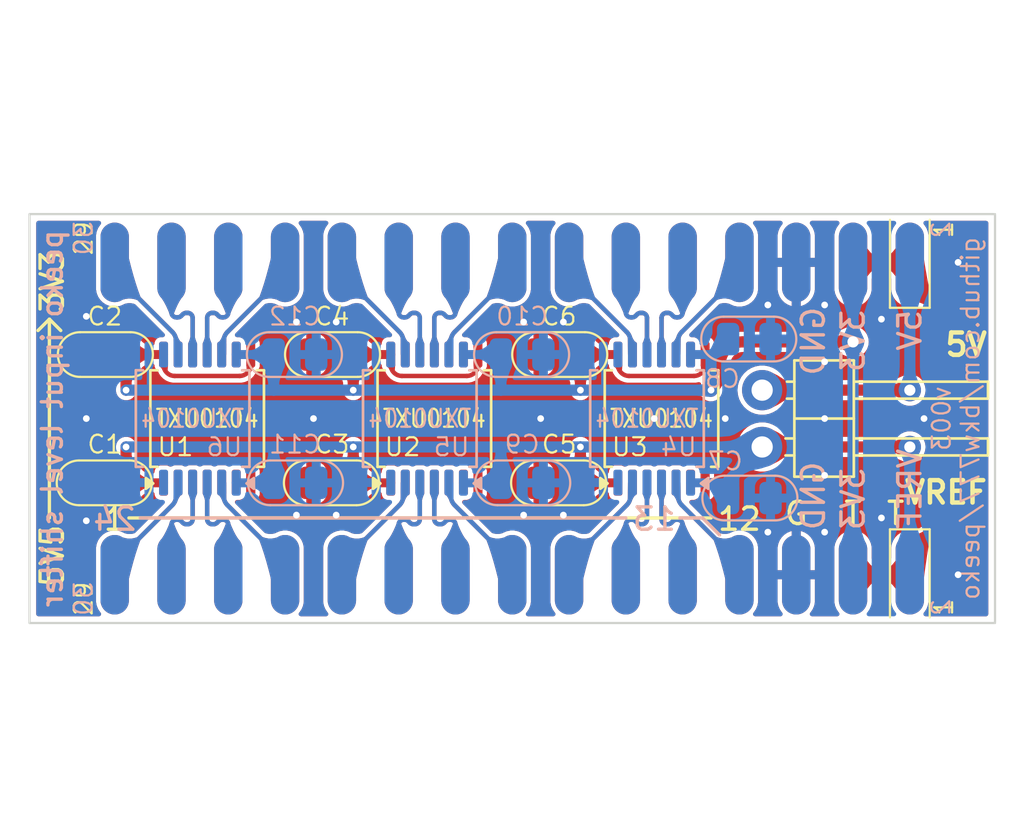
<source format=kicad_pcb>
(kicad_pcb (version 20240108) (generator "pcbnew") (generator_version "8.0")
  (title_block (title "peeko input level shifter") (date "2024-09-30") (rev "003") (comment 1 "github.com/bkw777/peeko"))
  (layers (0 "F.Cu" signal) (31 "B.Cu" signal) (34 "B.Paste" user) (35 "F.Paste" user) (36 "B.SilkS" user "B.Silkscreen") (37 "F.SilkS" user "F.Silkscreen") (38 "B.Mask" user) (39 "F.Mask" user) (44 "Edge.Cuts" user))
  (net 0 "")
  (net 1 "/CHAN_0_IN")
  (net 2 "/CHAN_1_IN")
  (net 3 "/CHAN_2_IN")
  (net 4 "/CHAN_3_IN")
  (net 5 "/CHAN_4_IN")
  (net 6 "/CHAN_5_IN")
  (net 7 "/CHAN_6_IN")
  (net 8 "/CHAN_7_IN")
  (net 9 "/CHAN_8_IN")
  (net 10 "/CHAN_9_IN")
  (net 11 "/CHAN_10_IN")
  (net 12 "/CHAN_11_IN")
  (net 13 "/CHAN_0_OUT")
  (net 14 "/CHAN_1_OUT")
  (net 15 "/CHAN_2_OUT")
  (net 16 "/CHAN_3_OUT")
  (net 17 "/CHAN_4_OUT")
  (net 18 "/CHAN_5_OUT")
  (net 19 "/CHAN_6_OUT")
  (net 20 "/CHAN_7_OUT")
  (net 21 "/CHAN_8_OUT")
  (net 22 "/CHAN_9_OUT")
  (net 23 "/CHAN_10_OUT")
  (net 24 "/CHAN_11_OUT")
  (net 25 "/CHAN_23_IN")
  (net 26 "/CHAN_22_IN")
  (net 27 "/CHAN_21_IN")
  (net 28 "/CHAN_20_IN")
  (net 29 "/CHAN_19_IN")
  (net 30 "/CHAN_18_IN")
  (net 31 "/CHAN_17_IN")
  (net 32 "/CHAN_16_IN")
  (net 33 "/CHAN_15_IN")
  (net 34 "/CHAN_14_IN")
  (net 35 "/CHAN_13_IN")
  (net 36 "/CHAN_12_IN")
  (net 37 "/CHAN_23_OUT")
  (net 38 "/CHAN_22_OUT")
  (net 39 "/CHAN_21_OUT")
  (net 40 "/CHAN_20_OUT")
  (net 41 "/CHAN_19_OUT")
  (net 42 "/CHAN_18_OUT")
  (net 43 "/CHAN_17_OUT")
  (net 44 "/CHAN_16_OUT")
  (net 45 "/CHAN_15_OUT")
  (net 46 "/CHAN_14_OUT")
  (net 47 "/CHAN_13_OUT")
  (net 48 "/CHAN_12_OUT")
  (net 49 "/EXT_T")
  (net 50 "+3V3")
  (net 51 "GND")
  (net 52 "VREF")
  (net 53 "+5V")
  (footprint "000_LOCAL:PinHeader_1x02_P2.54mm_Horizontal jumper closed" (layer "F.Cu") (at 158.371 97.945)
    (property "Reference" "JP1" (hide yes))
    (property "Value" "Jumper_2_Bridged")
  )
  (footprint "000_LOCAL:C_0805" (layer "F.Cu") (at 149.293001 102.089999)
    (property "Reference" "C5")
    (property "Value" "100n" (hide yes))
  )
  (footprint "000_LOCAL:C_0805" (layer "F.Cu") (at 128.973001 102.089999)
    (property "Reference" "C1")
    (property "Value" "100n" (hide yes))
  )
  (footprint "000_LOCAL:IDC_02x15_2.54_THT_male_pcb_edge" (layer "F.Cu") (at 147.195 108.358999 -90)
    (property "Reference" "J1" (hide yes))
    (property "Value" "Conn_02x15_Odd_Even" (hide yes))
  )
  (footprint "000_LOCAL:C_0805" (layer "F.Cu") (at 128.973001 96.3525 180)
    (property "Reference" "C2")
    (property "Value" "100n" (hide yes))
  )
  (footprint "000_LOCAL:C_0805" (layer "F.Cu") (at 149.293001 96.3525 180)
    (property "Reference" "C6")
    (property "Value" "100n" (hide yes))
  )
  (footprint "000_LOCAL:TSSOP-14_4.4x5mm_P0.65mm" (layer "F.Cu") (at 143.71 99.214999 90)
    (property "Reference" "U2")
    (property "Value" "TXU0104")
  )
  (footprint "000_LOCAL:C_0805" (layer "F.Cu") (at 139.133001 102.089999)
    (property "Reference" "C3")
    (property "Value" "100n" (hide yes))
  )
  (footprint "000_LOCAL:C_0805" (layer "F.Cu") (at 139.133001 96.3525 180)
    (property "Reference" "C4")
    (property "Value" "100n" (hide yes))
  )
  (footprint "000_LOCAL:TSSOP-14_4.4x5mm_P0.65mm" (layer "F.Cu") (at 153.87 99.214999 90)
    (property "Reference" "U3")
    (property "Value" "TXU0104")
  )
  (footprint "000_LOCAL:IDC_02x15_2.54_THT_female_pcb_edge" (layer "F.Cu") (at 147.195 90.071 -90)
    (property "Reference" "J2" (hide yes))
    (property "Value" "Conn_02x15_Odd_Even" (hide yes))
  )
  (footprint "000_LOCAL:TSSOP-14_4.4x5mm_P0.65mm" (layer "F.Cu") (at 133.55 99.214999 90)
    (property "Reference" "U1")
    (property "Value" "TXU0104")
  )
  (footprint "000_LOCAL:C_0805" (layer "B.Cu") (at 137.476999 96.352499)
    (property "Reference" "C12")
    (property "Value" "100n" (hide yes))
  )
  (footprint "000_LOCAL:TSSOP-14_4.4x5mm_P0.65mm" (layer "B.Cu") (at 132.900001 99.214999 90)
    (property "Reference" "U6")
    (property "Value" "TXU0104")
  )
  (footprint "000_LOCAL:C_0805" (layer "B.Cu") (at 147.636998 102.089999 180)
    (property "Reference" "C9")
    (property "Value" "100n" (hide yes))
  )
  (footprint "000_LOCAL:C_0805" (layer "B.Cu") (at 137.477 102.089999 180)
    (property "Reference" "C11")
    (property "Value" "100n" (hide yes))
  )
  (footprint "000_LOCAL:C_0805" (layer "B.Cu") (at 157.796999 95.659)
    (property "Reference" "C8")
    (property "Value" "100n" (hide yes))
  )
  (footprint "000_LOCAL:C_0805" (layer "B.Cu") (at 147.636999 96.352499)
    (property "Reference" "C10")
    (property "Value" "100n" (hide yes))
  )
  (footprint "000_LOCAL:TSSOP-14_4.4x5mm_P0.65mm" (layer "B.Cu") (at 153.22 99.214999 90)
    (property "Reference" "U4")
    (property "Value" "TXU0104")
  )
  (footprint "000_LOCAL:C_0805" (layer "B.Cu") (at 157.796999 102.770999 180)
    (property "Reference" "C7")
    (property "Value" "100n" (hide yes))
  )
  (footprint "000_LOCAL:TSSOP-14_4.4x5mm_P0.65mm" (layer "B.Cu") (at 143.059999 99.214999 90)
    (property "Reference" "U5")
    (property "Value" "TXU0104")
  )
  (gr_line (start 152.275 103.659999) (end 130.558 103.659999) (stroke (width 0.15)) (layer "B.SilkS"))
  (gr_line (start 154.688 103.66) (end 155.704 103.659999) (stroke (width 0.15)) (layer "B.SilkS"))
  (gr_line (start 155.704 103.659999) (end 156.466 104.421999) (stroke (width 0.15)) (layer "B.SilkS"))
  (gr_line (start 130.05 103.659999) (end 156.085 103.659999) (stroke (width 0.15)) (layer "F.SilkS"))
  (gr_line (start 126.494 103.659999) (end 126.494 94.77) (stroke (width 0.15)) (layer "F.SilkS"))
  (gr_line (start 126.494 94.77) (end 127.002 95.277999) (stroke (width 0.15)) (layer "F.SilkS"))
  (gr_line (start 126.494 94.77) (end 125.986 95.277999) (stroke (width 0.15)) (layer "F.SilkS"))
  (gr_rect (start 125.605 90.070999) (end 168.785 108.359) (stroke (width 0.1)) (fill none) (layer "Edge.Cuts"))
  (gr_text "GND" (at 160.657 94.134999 90) (layer "B.SilkS") (effects (font (size 1 1)) (justify left mirror)))
  (gr_text "24" (at 129.415 104.294999 0) (layer "B.SilkS") (effects (font (size 1 1)) (justify bottom mirror)))
  (gr_text "GND" (at 160.657 104.294999 90) (layer "B.SilkS") (effects (font (size 1 1)) (justify right mirror)))
  (gr_text "5V" (at 164.975 94.262 90) (layer "B.SilkS") (effects (font (size 1 1)) (justify left mirror)))
  (gr_text "3V3" (at 162.435 104.294999 90) (layer "B.SilkS") (effects (font (size 1 1)) (justify right mirror)))
  (gr_text "13" (at 153.545 104.294999 0) (layer "B.SilkS") (effects (font (size 1 1)) (justify bottom mirror)))
  (gr_text "2" (at 166.372 108.105 90) (layer "B.SilkS") (effects (font (size 0.8 0.8) (thickness 0.1)) (justify right mirror)))
  (gr_text "v${REVISION}\n${COMMENT1}" (at 168.150001 99.214999 90) (layer "B.SilkS") (effects (font (size 0.8 0.8) (thickness 0.1)) (justify bottom mirror)))
  (gr_text "3V3" (at 162.435 94.261999 90) (layer "B.SilkS") (effects (font (size 1 1)) (justify left mirror)))
  (gr_text "2" (at 166.372 90.324999 90) (layer "B.SilkS") (effects (font (size 0.8 0.8) (thickness 0.1)) (justify left mirror)))
  (gr_text "30" (at 128.018 90.325 90) (layer "B.SilkS") (effects (font (size 0.8 0.8) (thickness 0.1)) (justify left mirror)))
  (gr_text "30" (at 128.018 108.104999 90) (layer "B.SilkS") (effects (font (size 0.8 0.8) (thickness 0.1)) (justify right mirror)))
  (gr_text "${TITLE}" (at 126.621 99.214999 90) (layer "B.SilkS") (effects (font (size 0.9 0.9) (thickness 0.15) (bold yes)) (justify mirror)))
  (gr_text "VREF" (at 164.975 104.294999 90) (layer "B.SilkS") (effects (font (size 1 1)) (justify right mirror)))
  (gr_text "29" (at 128.018 90.325 90) (layer "F.SilkS") (effects (font (size 0.8 0.8) (thickness 0.1)) (justify right)))
  (gr_text "1" (at 166.499 108.105 90) (layer "F.SilkS") (effects (font (size 0.8 0.8) (thickness 0.1)) (justify left)))
  (gr_text "5V5" (at 126.621 106.835 90) (layer "F.SilkS") (effects (font (size 1 1)) (justify left)))
  (gr_text "1" (at 166.499 90.324999 90) (layer "F.SilkS") (effects (font (size 0.8 0.8) (thickness 0.1)) (justify right)))
  (gr_text "1" (at 129.415 104.294999 0) (layer "F.SilkS") (effects (font (size 1 1)) (justify bottom)))
  (gr_text "29" (at 128.018 108.104999 90) (layer "F.SilkS") (effects (font (size 0.8 0.8) (thickness 0.1)) (justify left)))
  (gr_text "3V3" (at 126.621 91.594999 90) (layer "F.SilkS") (effects (font (size 1 1)) (justify right)))
  (gr_text "12" (at 157.354999 104.294999 0) (layer "F.SilkS") (effects (font (size 1 1)) (justify bottom)))
  (gr_text "5V" (at 168.531 95.913 0) (layer "F.SilkS") (effects (font (size 1 1) (thickness 0.2) (bold yes)) (justify right)))
  (gr_text "T" (at 164.34 104.041 0) (layer "F.SilkS") (effects (font (size 1 1)) (justify bottom)))
  (gr_text "VREF" (at 168.531 102.516999 0) (layer "F.SilkS") (effects (font (size 1 1) (thickness 0.2) (bold yes)) (justify right)))
  (gr_text "G" (at 159.895 104.040999 0) (layer "F.SilkS") (effects (font (size 1 1)) (justify bottom)))
  (gr_text "T" (at 162.435 104.041 0) (layer "F.SilkS") (effects (font (size 1 1)) (justify bottom)))
  (segment (start 132.164999 102.1625) (end 132.164999 102.666472) (width 0.2) (layer "F.Cu") (net 1))
  (segment (start 132.25 102.077499) (end 132.164999 102.1625) (width 0.2) (layer "F.Cu") (net 1))
  (segment (start 129.415 105.664999) (end 129.415 106.199999) (width 0.2) (layer "F.Cu") (net 1))
  (segment (start 131.989263 103.090735) (end 129.415 105.664999) (width 0.2) (layer "F.Cu") (net 1))
  (arc (start 132.164999 102.666472) (mid 132.119326 102.896081) (end 131.989263 103.090735) (width 0.2) (layer "F.Cu") (net 1))
  (segment (start 131.955 103.961999) (end 131.955 106.199999) (width 0.2) (layer "F.Cu") (net 2))
  (segment (start 132.232695 103.74) (end 132.177 103.739999) (width 0.2) (layer "F.Cu") (net 2))
  (segment (start 132.678 103.939999) (end 132.616605 103.94) (width 0.2) (layer "F.Cu") (net 2))
  (segment (start 132.9 102.0775) (end 132.9 103.717999) (width 0.2) (layer "F.Cu") (net 2))
  (segment (start 132.459627 103.874977) (end 132.389672 103.805022) (width 0.2) (layer "F.Cu") (net 2))
  (arc (start 132.389672 103.805022) (mid 132.317649 103.756898) (end 132.232695 103.74) (width 0.2) (layer "F.Cu") (net 2))
  (arc (start 131.955 103.961999) (mid 132.020022 103.805022) (end 132.177 103.739999) (width 0.2) (layer "F.Cu") (net 2))
  (arc (start 132.459627 103.874977) (mid 132.531649 103.923099) (end 132.616605 103.94) (width 0.2) (layer "F.Cu") (net 2))
  (arc (start 132.9 103.717999) (mid 132.834978 103.874976) (end 132.678 103.939999) (width 0.2) (layer "F.Cu") (net 2))
  (segment (start 133.550707 102.078206) (end 133.550707 103.718707) (width 0.2) (layer "F.Cu") (net 3))
  (segment (start 134.218012 103.740706) (end 134.273707 103.740705) (width 0.2) (layer "F.Cu") (net 3))
  (segment (start 133.772707 103.940706) (end 133.834102 103.940706) (width 0.2) (layer "F.Cu") (net 3))
  (segment (start 134.495707 103.962707) (end 134.495707 106.200707) (width 0.2) (layer "F.Cu") (net 3))
  (segment (start 133.99108 103.875684) (end 134.061035 103.805728) (width 0.2) (layer "F.Cu") (net 3))
  (arc (start 133.550707 103.718707) (mid 133.615728 103.875684) (end 133.772707 103.940706) (width 0.2) (layer "F.Cu") (net 3))
  (arc (start 134.495707 103.962707) (mid 134.430685 103.805728) (end 134.273707 103.740705) (width 0.2) (layer "F.Cu") (net 3))
  (arc (start 134.061035 103.805728) (mid 134.133057 103.757605) (end 134.218012 103.740706) (width 0.2) (layer "F.Cu") (net 3))
  (arc (start 133.99108 103.875684) (mid 133.919058 103.923807) (end 133.834102 103.940706) (width 0.2) (layer "F.Cu") (net 3))
  (segment (start 134.460736 103.090736) (end 137.035 105.665) (width 0.2) (layer "F.Cu") (net 4))
  (segment (start 137.035 105.665) (end 137.035 106.199998) (width 0.2) (layer "F.Cu") (net 4))
  (segment (start 134.285 102.1625) (end 134.285 102.666472) (width 0.2) (layer "F.Cu") (net 4))
  (segment (start 134.2 102.077499) (end 134.285 102.1625) (width 0.2) (layer "F.Cu") (net 4))
  (arc (start 134.460736 103.090736) (mid 134.330671 102.896081) (end 134.285 102.666472) (width 0.2) (layer "F.Cu") (net 4))
  (segment (start 139.575 105.664999) (end 139.575 106.2) (width 0.2) (layer "F.Cu") (net 5))
  (segment (start 142.149263 103.090735) (end 139.575 105.664999) (width 0.2) (layer "F.Cu") (net 5))
  (segment (start 142.41 102.077499) (end 142.324999 102.1625) (width 0.2) (layer "F.Cu") (net 5))
  (segment (start 142.324999 102.1625) (end 142.324999 102.666471) (width 0.2) (layer "F.Cu") (net 5))
  (arc (start 142.149263 103.090735) (mid 142.279327 102.896081) (end 142.324999 102.666471) (width 0.2) (layer "F.Cu") (net 5))
  (segment (start 142.392695 103.74) (end 142.337 103.739999) (width 0.2) (layer "F.Cu") (net 6))
  (segment (start 142.115 103.961999) (end 142.115 106.199999) (width 0.2) (layer "F.Cu") (net 6))
  (segment (start 142.619627 103.874977) (end 142.549672 103.805022) (width 0.2) (layer "F.Cu") (net 6))
  (segment (start 142.838 103.939999) (end 142.776604 103.939999) (width 0.2) (layer "F.Cu") (net 6))
  (segment (start 143.06 102.0775) (end 143.06 103.717999) (width 0.2) (layer "F.Cu") (net 6))
  (arc (start 142.619627 103.874977) (mid 142.691648 103.923099) (end 142.776604 103.939999) (width 0.2) (layer "F.Cu") (net 6))
  (arc (start 143.06 103.717999) (mid 142.994978 103.874976) (end 142.838 103.939999) (width 0.2) (layer "F.Cu") (net 6))
  (arc (start 142.549672 103.805022) (mid 142.47765 103.756898) (end 142.392695 103.74) (width 0.2) (layer "F.Cu") (net 6))
  (arc (start 142.115 103.961999) (mid 142.180022 103.805022) (end 142.337 103.739999) (width 0.2) (layer "F.Cu") (net 6))
  (segment (start 143.932707 103.940706) (end 143.994102 103.940706) (width 0.2) (layer "F.Cu") (net 7))
  (segment (start 143.710707 102.078206) (end 143.710707 103.718706) (width 0.2) (layer "F.Cu") (net 7))
  (segment (start 144.15108 103.875684) (end 144.221035 103.805728) (width 0.2) (layer "F.Cu") (net 7))
  (segment (start 144.655707 103.962706) (end 144.655707 106.200706) (width 0.2) (layer "F.Cu") (net 7))
  (segment (start 144.378012 103.740706) (end 144.433707 103.740705) (width 0.2) (layer "F.Cu") (net 7))
  (arc (start 144.221035 103.805728) (mid 144.293057 103.757605) (end 144.378012 103.740706) (width 0.2) (layer "F.Cu") (net 7))
  (arc (start 143.710707 103.718706) (mid 143.775729 103.875684) (end 143.932707 103.940706) (width 0.2) (layer "F.Cu") (net 7))
  (arc (start 144.15108 103.875684) (mid 144.079058 103.923807) (end 143.994102 103.940706) (width 0.2) (layer "F.Cu") (net 7))
  (arc (start 144.655707 103.962706) (mid 144.590685 103.805728) (end 144.433707 103.740705) (width 0.2) (layer "F.Cu") (net 7))
  (segment (start 144.36 102.077499) (end 144.445 102.1625) (width 0.2) (layer "F.Cu") (net 8))
  (segment (start 144.445 102.1625) (end 144.445 102.666472) (width 0.2) (layer "F.Cu") (net 8))
  (segment (start 147.195 105.665) (end 147.195 106.199998) (width 0.2) (layer "F.Cu") (net 8))
  (segment (start 144.620736 103.090736) (end 147.195 105.665) (width 0.2) (layer "F.Cu") (net 8))
  (arc (start 144.445 102.666472) (mid 144.490672 102.896081) (end 144.620736 103.090736) (width 0.2) (layer "F.Cu") (net 8))
  (segment (start 152.309263 103.090735) (end 149.735 105.665) (width 0.2) (layer "F.Cu") (net 9))
  (segment (start 152.57 102.077499) (end 152.484999 102.1625) (width 0.2) (layer "F.Cu") (net 9))
  (segment (start 152.484999 102.1625) (end 152.484999 102.666471) (width 0.2) (layer "F.Cu") (net 9))
  (segment (start 149.735 105.665) (end 149.735 106.2) (width 0.2) (layer "F.Cu") (net 9))
  (arc (start 152.309263 103.090735) (mid 152.439327 102.896081) (end 152.484999 102.666471) (width 0.2) (layer "F.Cu") (net 9))
  (segment (start 152.998 103.939999) (end 152.936605 103.939999) (width 0.2) (layer "F.Cu") (net 10))
  (segment (start 152.552695 103.74) (end 152.497 103.739999) (width 0.2) (layer "F.Cu") (net 10))
  (segment (start 153.22 102.077499) (end 153.22 103.718) (width 0.2) (layer "F.Cu") (net 10))
  (segment (start 152.274999 103.962) (end 152.275 106.199999) (width 0.2) (layer "F.Cu") (net 10))
  (segment (start 152.779627 103.874977) (end 152.709672 103.805022) (width 0.2) (layer "F.Cu") (net 10))
  (arc (start 153.22 103.718) (mid 153.154978 103.874977) (end 152.998 103.939999) (width 0.2) (layer "F.Cu") (net 10))
  (arc (start 152.709672 103.805022) (mid 152.63765 103.756898) (end 152.552695 103.74) (width 0.2) (layer "F.Cu") (net 10))
  (arc (start 152.779627 103.874977) (mid 152.851649 103.923099) (end 152.936605 103.939999) (width 0.2) (layer "F.Cu") (net 10))
  (arc (start 152.274999 103.962) (mid 152.340022 103.805022) (end 152.497 103.739999) (width 0.2) (layer "F.Cu") (net 10))
  (segment (start 154.815707 103.962706) (end 154.815707 106.200706) (width 0.2) (layer "F.Cu") (net 11))
  (segment (start 153.870707 102.078206) (end 153.870707 103.718706) (width 0.2) (layer "F.Cu") (net 11))
  (segment (start 154.31108 103.875684) (end 154.381035 103.805729) (width 0.2) (layer "F.Cu") (net 11))
  (segment (start 154.538012 103.740707) (end 154.593706 103.740706) (width 0.2) (layer "F.Cu") (net 11))
  (segment (start 154.092707 103.940706) (end 154.154102 103.940706) (width 0.2) (layer "F.Cu") (net 11))
  (arc (start 154.815707 103.962706) (mid 154.750685 103.805729) (end 154.593706 103.740706) (width 0.2) (layer "F.Cu") (net 11))
  (arc (start 154.31108 103.875684) (mid 154.239058 103.923807) (end 154.154102 103.940706) (width 0.2) (layer "F.Cu") (net 11))
  (arc (start 154.381035 103.805729) (mid 154.453057 103.757605) (end 154.538012 103.740707) (width 0.2) (layer "F.Cu") (net 11))
  (arc (start 153.870707 103.718706) (mid 153.935729 103.875684) (end 154.092707 103.940706) (width 0.2) (layer "F.Cu") (net 11))
  (segment (start 154.780736 103.090736) (end 157.355 105.665) (width 0.2) (layer "F.Cu") (net 12))
  (segment (start 154.605 102.162499) (end 154.605 102.666471) (width 0.2) (layer "F.Cu") (net 12))
  (segment (start 154.52 102.077499) (end 154.605 102.162499) (width 0.2) (layer "F.Cu") (net 12))
  (segment (start 157.355 105.665) (end 157.355 106.199998) (width 0.2) (layer "F.Cu") (net 12))
  (arc (start 154.780736 103.090736) (mid 154.650672 102.896081) (end 154.605 102.666471) (width 0.2) (layer "F.Cu") (net 12))
  (segment (start 132.25 96.3525) (end 132.165 96.2675) (width 0.2) (layer "F.Cu") (net 13))
  (segment (start 129.415 92.765) (end 129.415 92.23) (width 0.2) (layer "F.Cu") (net 13))
  (segment (start 132.165 96.2675) (end 132.165 95.763528) (width 0.2) (layer "F.Cu") (net 13))
  (segment (start 131.989264 95.339264) (end 129.415 92.765) (width 0.2) (layer "F.Cu") (net 13))
  (arc (start 131.989264 95.339264) (mid 132.119328 95.533917) (end 132.165 95.763528) (width 0.2) (layer "F.Cu") (net 13))
  (segment (start 132.231988 94.689293) (end 132.176292 94.689293) (width 0.2) (layer "F.Cu") (net 14))
  (segment (start 132.899293 96.351792) (end 132.899293 94.711293) (width 0.2) (layer "F.Cu") (net 14))
  (segment (start 131.954293 94.467293) (end 131.954293 92.229293) (width 0.2) (layer "F.Cu") (net 14))
  (segment (start 132.677292 94.489292) (end 132.615899 94.489292) (width 0.2) (layer "F.Cu") (net 14))
  (segment (start 132.45892 94.554316) (end 132.388965 94.624271) (width 0.2) (layer "F.Cu") (net 14))
  (arc (start 132.388965 94.624271) (mid 132.316942 94.672393) (end 132.231988 94.689293) (width 0.2) (layer "F.Cu") (net 14))
  (arc (start 131.954293 94.467293) (mid 132.019315 94.624271) (end 132.176292 94.689293) (width 0.2) (layer "F.Cu") (net 14))
  (arc (start 132.899293 94.711293) (mid 132.834271 94.554314) (end 132.677292 94.489292) (width 0.2) (layer "F.Cu") (net 14))
  (arc (start 132.45892 94.554316) (mid 132.530942 94.506192) (end 132.615899 94.489292) (width 0.2) (layer "F.Cu") (net 14))
  (segment (start 134.495 94.467999) (end 134.495 92.229999) (width 0.2) (layer "F.Cu") (net 15))
  (segment (start 133.990373 94.555022) (end 134.060328 94.624978) (width 0.2) (layer "F.Cu") (net 15))
  (segment (start 134.217305 94.69) (end 134.273 94.69) (width 0.2) (layer "F.Cu") (net 15))
  (segment (start 133.55 96.3525) (end 133.55 94.711999) (width 0.2) (layer "F.Cu") (net 15))
  (segment (start 133.772 94.489999) (end 133.833395 94.489999) (width 0.2) (layer "F.Cu") (net 15))
  (arc (start 134.060328 94.624978) (mid 134.13235 94.673101) (end 134.217305 94.69) (width 0.2) (layer "F.Cu") (net 15))
  (arc (start 134.495 94.467999) (mid 134.429978 94.624978) (end 134.273 94.69) (width 0.2) (layer "F.Cu") (net 15))
  (arc (start 133.990373 94.555022) (mid 133.918351 94.506898) (end 133.833395 94.489999) (width 0.2) (layer "F.Cu") (net 15))
  (arc (start 133.55 94.711999) (mid 133.615021 94.555021) (end 133.772 94.489999) (width 0.2) (layer "F.Cu") (net 15))
  (segment (start 137.035 92.764999) (end 137.035 92.229999) (width 0.2) (layer "F.Cu") (net 16))
  (segment (start 134.285 96.267499) (end 134.285 95.763527) (width 0.2) (layer "F.Cu") (net 16))
  (segment (start 134.460736 95.339263) (end 137.035 92.764999) (width 0.2) (layer "F.Cu") (net 16))
  (segment (start 134.2 96.3525) (end 134.285 96.267499) (width 0.2) (layer "F.Cu") (net 16))
  (arc (start 134.285 95.763527) (mid 134.330671 95.533917) (end 134.460736 95.339263) (width 0.2) (layer "F.Cu") (net 16))
  (segment (start 142.325 96.2675) (end 142.325 95.763528) (width 0.2) (layer "F.Cu") (net 17))
  (segment (start 142.41 96.3525) (end 142.325 96.2675) (width 0.2) (layer "F.Cu") (net 17))
  (segment (start 142.149264 95.339264) (end 139.575 92.765) (width 0.2) (layer "F.Cu") (net 17))
  (segment (start 139.575 92.765) (end 139.575 92.229999) (width 0.2) (layer "F.Cu") (net 17))
  (arc (start 142.325 95.763528) (mid 142.279328 95.533917) (end 142.149264 95.339264) (width 0.2) (layer "F.Cu") (net 17))
  (segment (start 143.059293 96.351792) (end 143.059293 94.711293) (width 0.2) (layer "F.Cu") (net 18))
  (segment (start 142.837293 94.489292) (end 142.775897 94.489292) (width 0.2) (layer "F.Cu") (net 18))
  (segment (start 142.391988 94.689292) (end 142.336293 94.689293) (width 0.2) (layer "F.Cu") (net 18))
  (segment (start 142.114293 94.467293) (end 142.114293 92.229293) (width 0.2) (layer "F.Cu") (net 18))
  (segment (start 142.61892 94.554315) (end 142.548965 94.62427) (width 0.2) (layer "F.Cu") (net 18))
  (arc (start 142.114293 94.467293) (mid 142.179315 94.62427) (end 142.336293 94.689293) (width 0.2) (layer "F.Cu") (net 18))
  (arc (start 142.548965 94.62427) (mid 142.476942 94.672393) (end 142.391988 94.689292) (width 0.2) (layer "F.Cu") (net 18))
  (arc (start 142.61892 94.554315) (mid 142.690942 94.506192) (end 142.775897 94.489292) (width 0.2) (layer "F.Cu") (net 18))
  (arc (start 143.059293 94.711293) (mid 142.994271 94.554314) (end 142.837293 94.489292) (width 0.2) (layer "F.Cu") (net 18))
  (segment (start 143.932 94.489999) (end 143.993395 94.489999) (width 0.2) (layer "F.Cu") (net 19))
  (segment (start 143.71 96.3525) (end 143.71 94.711999) (width 0.2) (layer "F.Cu") (net 19))
  (segment (start 144.655 94.467999) (end 144.655 92.229999) (width 0.2) (layer "F.Cu") (net 19))
  (segment (start 144.377305 94.69) (end 144.433 94.69) (width 0.2) (layer "F.Cu") (net 19))
  (segment (start 144.150373 94.555022) (end 144.220328 94.624978) (width 0.2) (layer "F.Cu") (net 19))
  (arc (start 144.150373 94.555022) (mid 144.078351 94.506899) (end 143.993395 94.489999) (width 0.2) (layer "F.Cu") (net 19))
  (arc (start 144.655 94.467999) (mid 144.589978 94.624978) (end 144.433 94.69) (width 0.2) (layer "F.Cu") (net 19))
  (arc (start 144.220328 94.624978) (mid 144.29235 94.673101) (end 144.377305 94.69) (width 0.2) (layer "F.Cu") (net 19))
  (arc (start 143.71 94.711999) (mid 143.775022 94.555021) (end 143.932 94.489999) (width 0.2) (layer "F.Cu") (net 19))
  (segment (start 144.620736 95.339263) (end 147.195 92.764999) (width 0.2) (layer "F.Cu") (net 20))
  (segment (start 144.36 96.3525) (end 144.445 96.267499) (width 0.2) (layer "F.Cu") (net 20))
  (segment (start 144.445 96.267499) (end 144.445 95.763527) (width 0.2) (layer "F.Cu") (net 20))
  (segment (start 147.195 92.764999) (end 147.195 92.229999) (width 0.2) (layer "F.Cu") (net 20))
  (arc (start 144.620736 95.339263) (mid 144.490672 95.533917) (end 144.445 95.763527) (width 0.2) (layer "F.Cu") (net 20))
  (segment (start 152.57 96.3525) (end 152.485 96.2675) (width 0.2) (layer "F.Cu") (net 21))
  (segment (start 149.735 92.764999) (end 149.735 92.229999) (width 0.2) (layer "F.Cu") (net 21))
  (segment (start 152.309264 95.339263) (end 149.735 92.764999) (width 0.2) (layer "F.Cu") (net 21))
  (segment (start 152.485 96.2675) (end 152.485 95.763528) (width 0.2) (layer "F.Cu") (net 21))
  (arc (start 152.309264 95.339263) (mid 152.439328 95.533917) (end 152.485 95.763528) (width 0.2) (layer "F.Cu") (net 21))
  (segment (start 152.998001 94.489292) (end 152.936606 94.489292) (width 0.2) (layer "F.Cu") (net 22))
  (segment (start 152.275001 94.467292) (end 152.275001 92.229292) (width 0.2) (layer "F.Cu") (net 22))
  (segment (start 153.220001 96.351793) (end 153.220001 94.711292) (width 0.2) (layer "F.Cu") (net 22))
  (segment (start 152.779628 94.554315) (end 152.709673 94.624271) (width 0.2) (layer "F.Cu") (net 22))
  (segment (start 152.552696 94.689293) (end 152.497001 94.689293) (width 0.2) (layer "F.Cu") (net 22))
  (arc (start 152.275001 94.467292) (mid 152.340023 94.624271) (end 152.497001 94.689293) (width 0.2) (layer "F.Cu") (net 22))
  (arc (start 152.709673 94.624271) (mid 152.637651 94.672393) (end 152.552696 94.689293) (width 0.2) (layer "F.Cu") (net 22))
  (arc (start 152.779628 94.554315) (mid 152.85165 94.506191) (end 152.936606 94.489292) (width 0.2) (layer "F.Cu") (net 22))
  (arc (start 153.220001 94.711292) (mid 153.154979 94.554315) (end 152.998001 94.489292) (width 0.2) (layer "F.Cu") (net 22))
  (segment (start 154.092708 94.489999) (end 154.154102 94.489999) (width 0.2) (layer "F.Cu") (net 23))
  (segment (start 154.538013 94.69) (end 154.593708 94.689999) (width 0.2) (layer "F.Cu") (net 23))
  (segment (start 154.311081 94.555023) (end 154.381036 94.624978) (width 0.2) (layer "F.Cu") (net 23))
  (segment (start 153.870707 96.3525) (end 153.870707 94.711999) (width 0.2) (layer "F.Cu") (net 23))
  (segment (start 154.815708 94.467999) (end 154.815708 92.229999) (width 0.2) (layer "F.Cu") (net 23))
  (arc (start 154.815708 94.467999) (mid 154.750686 94.624978) (end 154.593708 94.689999) (width 0.2) (layer "F.Cu") (net 23))
  (arc (start 154.381036 94.624978) (mid 154.453058 94.6731) (end 154.538013 94.69) (width 0.2) (layer "F.Cu") (net 23))
  (arc (start 153.870707 94.711999) (mid 153.93573 94.555021) (end 154.092708 94.489999) (width 0.2) (layer "F.Cu") (net 23))
  (arc (start 154.311081 94.555023) (mid 154.239059 94.506899) (end 154.154102 94.489999) (width 0.2) (layer "F.Cu") (net 23))
  (segment (start 154.780736 95.339263) (end 157.355 92.764999) (width 0.2) (layer "F.Cu") (net 24))
  (segment (start 157.355 92.764999) (end 157.355 92.229999) (width 0.2) (layer "F.Cu") (net 24))
  (segment (start 154.605 96.2675) (end 154.605 95.763528) (width 0.2) (layer "F.Cu") (net 24))
  (segment (start 154.52 96.3525) (end 154.605 96.2675) (width 0.2) (layer "F.Cu") (net 24))
  (arc (start 154.780736 95.339263) (mid 154.650672 95.533917) (end 154.605 95.763528) (width 0.2) (layer "F.Cu") (net 24))
  (segment (start 132.165 102.162499) (end 132.165 102.666471) (width 0.2) (layer "B.Cu") (net 25))
  (segment (start 132.25 102.077499) (end 132.165 102.162499) (width 0.2) (layer "B.Cu") (net 25))
  (segment (start 129.415 105.664999) (end 129.415 106.199999) (width 0.2) (layer "B.Cu") (net 25))
  (segment (start 131.989264 103.090735) (end 129.415 105.664999) (width 0.2) (layer "B.Cu") (net 25))
  (arc (start 132.165 102.666471) (mid 132.119328 102.896081) (end 131.989264 103.090735) (width 0.2) (layer "B.Cu") (net 25))
  (segment (start 132.45892 103.875683) (end 132.388965 103.805728) (width 0.2) (layer "B.Cu") (net 26))
  (segment (start 131.954293 103.962706) (end 131.954293 106.200706) (width 0.2) (layer "B.Cu") (net 26))
  (segment (start 132.899293 102.078207) (end 132.899293 103.718706) (width 0.2) (layer "B.Cu") (net 26))
  (segment (start 132.231988 103.740706) (end 132.176293 103.740706) (width 0.2) (layer "B.Cu") (net 26))
  (segment (start 132.677292 103.940706) (end 132.615899 103.940706) (width 0.2) (layer "B.Cu") (net 26))
  (arc (start 132.899293 103.718706) (mid 132.834271 103.875684) (end 132.677292 103.940706) (width 0.2) (layer "B.Cu") (net 26))
  (arc (start 132.45892 103.875683) (mid 132.530942 103.923807) (end 132.615899 103.940706) (width 0.2) (layer "B.Cu") (net 26))
  (arc (start 131.954293 103.962706) (mid 132.019315 103.805728) (end 132.176293 103.740706) (width 0.2) (layer "B.Cu") (net 26))
  (arc (start 132.388965 103.805728) (mid 132.316942 103.757605) (end 132.231988 103.740706) (width 0.2) (layer "B.Cu") (net 26))
  (segment (start 133.772 103.939999) (end 133.833395 103.939999) (width 0.2) (layer "B.Cu") (net 27))
  (segment (start 133.55 102.077499) (end 133.55 103.718) (width 0.2) (layer "B.Cu") (net 27))
  (segment (start 134.495 103.962) (end 134.495 106.2) (width 0.2) (layer "B.Cu") (net 27))
  (segment (start 134.217305 103.739999) (end 134.273 103.739999) (width 0.2) (layer "B.Cu") (net 27))
  (segment (start 133.990373 103.874977) (end 134.060328 103.805021) (width 0.2) (layer "B.Cu") (net 27))
  (arc (start 134.495 103.962) (mid 134.429978 103.805021) (end 134.273 103.739999) (width 0.2) (layer "B.Cu") (net 27))
  (arc (start 134.060328 103.805021) (mid 134.13235 103.756898) (end 134.217305 103.739999) (width 0.2) (layer "B.Cu") (net 27))
  (arc (start 133.55 103.718) (mid 133.615022 103.874977) (end 133.772 103.939999) (width 0.2) (layer "B.Cu") (net 27))
  (arc (start 133.990373 103.874977) (mid 133.918351 103.923099) (end 133.833395 103.939999) (width 0.2) (layer "B.Cu") (net 27))
  (segment (start 134.2 102.077499) (end 134.285 102.1625) (width 0.2) (layer "B.Cu") (net 28))
  (segment (start 134.285 102.1625) (end 134.285 102.666472) (width 0.2) (layer "B.Cu") (net 28))
  (segment (start 134.460736 103.090736) (end 137.035 105.665) (width 0.2) (layer "B.Cu") (net 28))
  (segment (start 137.035 105.665) (end 137.035 106.2) (width 0.2) (layer "B.Cu") (net 28))
  (arc (start 134.285 102.666472) (mid 134.330671 102.896081) (end 134.460736 103.090736) (width 0.2) (layer "B.Cu") (net 28))
  (segment (start 142.149264 103.090735) (end 139.575 105.664999) (width 0.2) (layer "B.Cu") (net 29))
  (segment (start 139.575 105.664999) (end 139.575 106.2) (width 0.2) (layer "B.Cu") (net 29))
  (segment (start 142.41 102.077499) (end 142.325 102.162499) (width 0.2) (layer "B.Cu") (net 29))
  (segment (start 142.325 102.162499) (end 142.325 102.666471) (width 0.2) (layer "B.Cu") (net 29))
  (arc (start 142.149264 103.090735) (mid 142.279328 102.896081) (end 142.325 102.666471) (width 0.2) (layer "B.Cu") (net 29))
  (segment (start 142.391988 103.740707) (end 142.336293 103.740706) (width 0.2) (layer "B.Cu") (net 30))
  (segment (start 142.114293 103.962706) (end 142.114293 106.200706) (width 0.2) (layer "B.Cu") (net 30))
  (segment (start 142.61892 103.875684) (end 142.548965 103.805729) (width 0.2) (layer "B.Cu") (net 30))
  (segment (start 143.059293 102.078207) (end 143.059293 103.718706) (width 0.2) (layer "B.Cu") (net 30))
  (segment (start 142.837293 103.940706) (end 142.775897 103.940706) (width 0.2) (layer "B.Cu") (net 30))
  (arc (start 143.059293 103.718706) (mid 142.994271 103.875684) (end 142.837293 103.940706) (width 0.2) (layer "B.Cu") (net 30))
  (arc (start 142.114293 103.962706) (mid 142.179315 103.805729) (end 142.336293 103.740706) (width 0.2) (layer "B.Cu") (net 30))
  (arc (start 142.61892 103.875684) (mid 142.690942 103.923807) (end 142.775897 103.940706) (width 0.2) (layer "B.Cu") (net 30))
  (arc (start 142.548965 103.805729) (mid 142.476942 103.757605) (end 142.391988 103.740707) (width 0.2) (layer "B.Cu") (net 30))
  (segment (start 144.150373 103.874977) (end 144.220328 103.805021) (width 0.2) (layer "B.Cu") (net 31))
  (segment (start 143.71 102.077499) (end 143.71 103.718) (width 0.2) (layer "B.Cu") (net 31))
  (segment (start 143.932 103.939999) (end 143.993395 103.939999) (width 0.2) (layer "B.Cu") (net 31))
  (segment (start 144.377305 103.739999) (end 144.433 103.739999) (width 0.2) (layer "B.Cu") (net 31))
  (segment (start 144.655 103.962) (end 144.655 106.2) (width 0.2) (layer "B.Cu") (net 31))
  (arc (start 144.220328 103.805021) (mid 144.29235 103.756898) (end 144.377305 103.739999) (width 0.2) (layer "B.Cu") (net 31))
  (arc (start 144.655 103.962) (mid 144.589978 103.805021) (end 144.433 103.739999) (width 0.2) (layer "B.Cu") (net 31))
  (arc (start 144.150373 103.874977) (mid 144.078351 103.923099) (end 143.993395 103.939999) (width 0.2) (layer "B.Cu") (net 31))
  (arc (start 143.71 103.718) (mid 143.775022 103.874977) (end 143.932 103.939999) (width 0.2) (layer "B.Cu") (net 31))
  (segment (start 144.445 102.1625) (end 144.445 102.666472) (width 0.2) (layer "B.Cu") (net 32))
  (segment (start 144.620736 103.090736) (end 147.194999 105.665) (width 0.2) (layer "B.Cu") (net 32))
  (segment (start 144.36 102.077499) (end 144.445 102.1625) (width 0.2) (layer "B.Cu") (net 32))
  (segment (start 147.194999 105.665) (end 147.195 106.2) (width 0.2) (layer "B.Cu") (net 32))
  (arc (start 144.445 102.666472) (mid 144.490672 102.896081) (end 144.620736 103.090736) (width 0.2) (layer "B.Cu") (net 32))
  (segment (start 152.485 102.162499) (end 152.485 102.666471) (width 0.2) (layer "B.Cu") (net 33))
  (segment (start 152.309264 103.090736) (end 149.735 105.665) (width 0.2) (layer "B.Cu") (net 33))
  (segment (start 152.57 102.077499) (end 152.485 102.162499) (width 0.2) (layer "B.Cu") (net 33))
  (segment (start 149.735 105.665) (end 149.735 106.2) (width 0.2) (layer "B.Cu") (net 33))
  (arc (start 152.485 102.666471) (mid 152.439328 102.896081) (end 152.309264 103.090736) (width 0.2) (layer "B.Cu") (net 33))
  (segment (start 152.77892 103.875684) (end 152.708965 103.805729) (width 0.2) (layer "B.Cu") (net 34))
  (segment (start 152.997293 103.940706) (end 152.935897 103.940706) (width 0.2) (layer "B.Cu") (net 34))
  (segment (start 152.274293 103.962706) (end 152.274293 106.200706) (width 0.2) (layer "B.Cu") (net 34))
  (segment (start 153.219292 102.078206) (end 153.219293 103.718706) (width 0.2) (layer "B.Cu") (net 34))
  (segment (start 152.551988 103.740707) (end 152.496293 103.740706) (width 0.2) (layer "B.Cu") (net 34))
  (arc (start 152.77892 103.875684) (mid 152.850942 103.923807) (end 152.935897 103.940706) (width 0.2) (layer "B.Cu") (net 34))
  (arc (start 152.708965 103.805729) (mid 152.636943 103.757605) (end 152.551988 103.740707) (width 0.2) (layer "B.Cu") (net 34))
  (arc (start 153.219293 103.718706) (mid 153.154271 103.875684) (end 152.997293 103.940706) (width 0.2) (layer "B.Cu") (net 34))
  (arc (start 152.274293 103.962706) (mid 152.339315 103.805729) (end 152.496293 103.740706) (width 0.2) (layer "B.Cu") (net 34))
  (segment (start 154.537305 103.74) (end 154.593 103.739999) (width 0.2) (layer "B.Cu") (net 35))
  (segment (start 154.092 103.939999) (end 154.153395 103.939999) (width 0.2) (layer "B.Cu") (net 35))
  (segment (start 153.87 102.077499) (end 153.87 103.718) (width 0.2) (layer "B.Cu") (net 35))
  (segment (start 154.815001 103.962) (end 154.815 106.199999) (width 0.2) (layer "B.Cu") (net 35))
  (segment (start 154.310373 103.874977) (end 154.380328 103.805022) (width 0.2) (layer "B.Cu") (net 35))
  (arc (start 154.380328 103.805022) (mid 154.45235 103.756898) (end 154.537305 103.74) (width 0.2) (layer "B.Cu") (net 35))
  (arc (start 153.87 103.718) (mid 153.935022 103.874977) (end 154.092 103.939999) (width 0.2) (layer "B.Cu") (net 35))
  (arc (start 154.310373 103.874977) (mid 154.238351 103.923099) (end 154.153395 103.939999) (width 0.2) (layer "B.Cu") (net 35))
  (arc (start 154.815001 103.962) (mid 154.749978 103.805022) (end 154.593 103.739999) (width 0.2) (layer "B.Cu") (net 35))
  (segment (start 154.605 102.162499) (end 154.605 102.666471) (width 0.2) (layer "B.Cu") (net 36))
  (segment (start 154.780736 103.090736) (end 157.354999 105.665) (width 0.2) (layer "B.Cu") (net 36))
  (segment (start 154.52 102.077499) (end 154.605 102.162499) (width 0.2) (layer "B.Cu") (net 36))
  (segment (start 157.354999 105.665) (end 157.355 106.2) (width 0.2) (layer "B.Cu") (net 36))
  (arc (start 154.605 102.666471) (mid 154.650672 102.896081) (end 154.780736 103.090736) (width 0.2) (layer "B.Cu") (net 36))
  (segment (start 132.25 96.3525) (end 132.165 96.2675) (width 0.2) (layer "B.Cu") (net 37))
  (segment (start 129.415 92.765) (end 129.415 92.23) (width 0.2) (layer "B.Cu") (net 37))
  (segment (start 132.165 96.2675) (end 132.165 95.763528) (width 0.2) (layer "B.Cu") (net 37))
  (segment (start 131.989264 95.339264) (end 129.415 92.765) (width 0.2) (layer "B.Cu") (net 37))
  (arc (start 132.165 95.763528) (mid 132.119328 95.533917) (end 131.989264 95.339264) (width 0.2) (layer "B.Cu") (net 37))
  (segment (start 132.9 96.352499) (end 132.9 94.712) (width 0.2) (layer "B.Cu") (net 38))
  (segment (start 132.232695 94.689999) (end 132.177 94.69) (width 0.2) (layer "B.Cu") (net 38))
  (segment (start 132.459627 94.555022) (end 132.389672 94.624977) (width 0.2) (layer "B.Cu") (net 38))
  (segment (start 131.955 94.468) (end 131.955 92.23) (width 0.2) (layer "B.Cu") (net 38))
  (segment (start 132.678 94.489999) (end 132.616605 94.489999) (width 0.2) (layer "B.Cu") (net 38))
  (arc (start 132.9 94.712) (mid 132.834978 94.555021) (end 132.678 94.489999) (width 0.2) (layer "B.Cu") (net 38))
  (arc (start 132.459627 94.555022) (mid 132.531649 94.506899) (end 132.616605 94.489999) (width 0.2) (layer "B.Cu") (net 38))
  (arc (start 131.955 94.468) (mid 132.020022 94.624977) (end 132.177 94.69) (width 0.2) (layer "B.Cu") (net 38))
  (arc (start 132.389672 94.624977) (mid 132.317649 94.673101) (end 132.232695 94.689999) (width 0.2) (layer "B.Cu") (net 38))
  (segment (start 134.495707 94.467292) (end 134.495707 92.229292) (width 0.2) (layer "B.Cu") (net 39))
  (segment (start 133.772707 94.489292) (end 133.834102 94.489292) (width 0.2) (layer "B.Cu") (net 39))
  (segment (start 133.99108 94.554315) (end 134.061035 94.624271) (width 0.2) (layer "B.Cu") (net 39))
  (segment (start 134.218012 94.689293) (end 134.273707 94.689293) (width 0.2) (layer "B.Cu") (net 39))
  (segment (start 133.550707 96.351793) (end 133.550707 94.711292) (width 0.2) (layer "B.Cu") (net 39))
  (arc (start 133.99108 94.554315) (mid 133.919058 94.506192) (end 133.834102 94.489292) (width 0.2) (layer "B.Cu") (net 39))
  (arc (start 133.550707 94.711292) (mid 133.615728 94.554314) (end 133.772707 94.489292) (width 0.2) (layer "B.Cu") (net 39))
  (arc (start 134.495707 94.467292) (mid 134.430685 94.624271) (end 134.273707 94.689293) (width 0.2) (layer "B.Cu") (net 39))
  (arc (start 134.061035 94.624271) (mid 134.133057 94.672393) (end 134.218012 94.689293) (width 0.2) (layer "B.Cu") (net 39))
  (segment (start 134.460736 95.339263) (end 137.035 92.764999) (width 0.2) (layer "B.Cu") (net 40))
  (segment (start 134.285 96.267499) (end 134.285 95.763527) (width 0.2) (layer "B.Cu") (net 40))
  (segment (start 134.2 96.3525) (end 134.285 96.267499) (width 0.2) (layer "B.Cu") (net 40))
  (segment (start 137.035 92.764999) (end 137.035 92.229999) (width 0.2) (layer "B.Cu") (net 40))
  (arc (start 134.460736 95.339263) (mid 134.330671 95.533917) (end 134.285 95.763527) (width 0.2) (layer "B.Cu") (net 40))
  (segment (start 142.149264 95.339264) (end 139.575 92.765) (width 0.2) (layer "B.Cu") (net 41))
  (segment (start 142.325 96.2675) (end 142.325 95.763528) (width 0.2) (layer "B.Cu") (net 41))
  (segment (start 142.41 96.3525) (end 142.325 96.2675) (width 0.2) (layer "B.Cu") (net 41))
  (segment (start 139.575 92.765) (end 139.575 92.229999) (width 0.2) (layer "B.Cu") (net 41))
  (arc (start 142.149264 95.339264) (mid 142.279328 95.533917) (end 142.325 95.763528) (width 0.2) (layer "B.Cu") (net 41))
  (segment (start 142.619627 94.555022) (end 142.549672 94.624977) (width 0.2) (layer "B.Cu") (net 42))
  (segment (start 142.115 94.468) (end 142.115 92.23) (width 0.2) (layer "B.Cu") (net 42))
  (segment (start 142.392695 94.689999) (end 142.337 94.69) (width 0.2) (layer "B.Cu") (net 42))
  (segment (start 143.06 96.352499) (end 143.06 94.712) (width 0.2) (layer "B.Cu") (net 42))
  (segment (start 142.838 94.489999) (end 142.776604 94.489999) (width 0.2) (layer "B.Cu") (net 42))
  (arc (start 142.619627 94.555022) (mid 142.691649 94.506899) (end 142.776604 94.489999) (width 0.2) (layer "B.Cu") (net 42))
  (arc (start 143.06 94.712) (mid 142.994978 94.555021) (end 142.838 94.489999) (width 0.2) (layer "B.Cu") (net 42))
  (arc (start 142.115 94.468) (mid 142.180022 94.624977) (end 142.337 94.69) (width 0.2) (layer "B.Cu") (net 42))
  (arc (start 142.549672 94.624977) (mid 142.47765 94.673101) (end 142.392695 94.689999) (width 0.2) (layer "B.Cu") (net 42))
  (segment (start 144.378012 94.689293) (end 144.433707 94.689293) (width 0.2) (layer "B.Cu") (net 43))
  (segment (start 144.15108 94.554315) (end 144.221035 94.624271) (width 0.2) (layer "B.Cu") (net 43))
  (segment (start 143.710707 96.351793) (end 143.710707 94.711293) (width 0.2) (layer "B.Cu") (net 43))
  (segment (start 144.655707 94.467293) (end 144.655707 92.229293) (width 0.2) (layer "B.Cu") (net 43))
  (segment (start 143.932707 94.489292) (end 143.994102 94.489292) (width 0.2) (layer "B.Cu") (net 43))
  (arc (start 144.15108 94.554315) (mid 144.079058 94.506192) (end 143.994102 94.489292) (width 0.2) (layer "B.Cu") (net 43))
  (arc (start 144.655707 94.467293) (mid 144.590685 94.624271) (end 144.433707 94.689293) (width 0.2) (layer "B.Cu") (net 43))
  (arc (start 144.221035 94.624271) (mid 144.293057 94.672393) (end 144.378012 94.689293) (width 0.2) (layer "B.Cu") (net 43))
  (arc (start 143.710707 94.711293) (mid 143.775729 94.554314) (end 143.932707 94.489292) (width 0.2) (layer "B.Cu") (net 43))
  (segment (start 144.620736 95.339263) (end 147.195 92.764999) (width 0.2) (layer "B.Cu") (net 44))
  (segment (start 144.36 96.3525) (end 144.445 96.267499) (width 0.2) (layer "B.Cu") (net 44))
  (segment (start 147.195 92.764999) (end 147.195 92.229999) (width 0.2) (layer "B.Cu") (net 44))
  (segment (start 144.445 96.267499) (end 144.445 95.763527) (width 0.2) (layer "B.Cu") (net 44))
  (arc (start 144.620736 95.339263) (mid 144.490672 95.533917) (end 144.445 95.763527) (width 0.2) (layer "B.Cu") (net 44))
  (segment (start 152.485 96.2675) (end 152.485 95.763528) (width 0.2) (layer "B.Cu") (net 45))
  (segment (start 152.57 96.3525) (end 152.485 96.2675) (width 0.2) (layer "B.Cu") (net 45))
  (segment (start 149.735 92.764999) (end 149.735 92.229999) (width 0.2) (layer "B.Cu") (net 45))
  (segment (start 152.309264 95.339263) (end 149.735 92.764999) (width 0.2) (layer "B.Cu") (net 45))
  (arc (start 152.485 95.763528) (mid 152.439328 95.533917) (end 152.309264 95.339263) (width 0.2) (layer "B.Cu") (net 45))
  (segment (start 152.274999 94.467999) (end 152.275 92.23) (width 0.2) (layer "B.Cu") (net 46))
  (segment (start 153.22 96.3525) (end 153.22 94.711999) (width 0.2) (layer "B.Cu") (net 46))
  (segment (start 152.552695 94.689999) (end 152.497 94.69) (width 0.2) (layer "B.Cu") (net 46))
  (segment (start 152.998 94.489999) (end 152.936605 94.489999) (width 0.2) (layer "B.Cu") (net 46))
  (segment (start 152.779627 94.555022) (end 152.709672 94.624977) (width 0.2) (layer "B.Cu") (net 46))
  (arc (start 152.779627 94.555022) (mid 152.851649 94.506899) (end 152.936605 94.489999) (width 0.2) (layer "B.Cu") (net 46))
  (arc (start 152.709672 94.624977) (mid 152.63765 94.673101) (end 152.552695 94.689999) (width 0.2) (layer "B.Cu") (net 46))
  (arc (start 153.22 94.711999) (mid 153.154978 94.555021) (end 152.998 94.489999) (width 0.2) (layer "B.Cu") (net 46))
  (arc (start 152.274999 94.467999) (mid 152.340022 94.624977) (end 152.497 94.69) (width 0.2) (layer "B.Cu") (net 46))
  (segment (start 154.092707 94.489292) (end 154.154102 94.489292) (width 0.2) (layer "B.Cu") (net 47))
  (segment (start 154.815707 94.467293) (end 154.815707 92.229293) (width 0.2) (layer "B.Cu") (net 47))
  (segment (start 154.31108 94.554315) (end 154.381035 94.62427) (width 0.2) (layer "B.Cu") (net 47))
  (segment (start 153.870707 96.351793) (end 153.870707 94.711293) (width 0.2) (layer "B.Cu") (net 47))
  (segment (start 154.538012 94.689292) (end 154.593707 94.689293) (width 0.2) (layer "B.Cu") (net 47))
  (arc (start 154.31108 94.554315) (mid 154.239058 94.506192) (end 154.154102 94.489292) (width 0.2) (layer "B.Cu") (net 47))
  (arc (start 153.870707 94.711293) (mid 153.935729 94.554314) (end 154.092707 94.489292) (width 0.2) (layer "B.Cu") (net 47))
  (arc (start 154.381035 94.62427) (mid 154.453057 94.672393) (end 154.538012 94.689292) (width 0.2) (layer "B.Cu") (net 47))
  (arc (start 154.815707 94.467293) (mid 154.750685 94.62427) (end 154.593707 94.689293) (width 0.2) (layer "B.Cu") (net 47))
  (segment (start 157.355 92.764999) (end 157.355 92.229999) (width 0.2) (layer "B.Cu") (net 48))
  (segment (start 154.52 96.3525) (end 154.605 96.2675) (width 0.2) (layer "B.Cu") (net 48))
  (segment (start 154.780736 95.339263) (end 157.355 92.764999) (width 0.2) (layer "B.Cu") (net 48))
  (segment (start 154.605 96.2675) (end 154.605 95.763528) (width 0.2) (layer "B.Cu") (net 48))
  (arc (start 154.780736 95.339263) (mid 154.650672 95.533917) (end 154.605 95.763528) (width 0.2) (layer "B.Cu") (net 48))
  (segment (start 164.975 106.199999) (end 164.975 105.056999) (width 0.2) (layer "F.Cu") (net 49))
  (segment (start 166.460107 94.731107) (end 164.975 93.245999) (width 0.2) (layer "F.Cu") (net 49))
  (segment (start 166.753 102.864786) (end 166.752999 95.438213) (width 0.2) (layer "F.Cu") (net 49))
  (segment (start 164.975 93.245999) (end 164.975 92.23) (width 0.2) (layer "F.Cu") (net 49))
  (segment (start 164.975 92.23) (end 162.435 92.229999) (width 0.2) (layer "F.Cu") (net 49))
  (segment (start 162.435 106.2) (end 164.975 106.199999) (width 0.2) (layer "F.Cu") (net 49))
  (segment (start 164.975 105.056999) (end 166.460107 103.571892) (width 0.2) (layer "F.Cu") (net 49))
  (arc (start 166.460107 94.731107) (mid 166.67688 95.055529) (end 166.752999 95.438213) (width 0.2) (layer "F.Cu") (net 49))
  (arc (start 166.753 102.864786) (mid 166.67688 103.247469) (end 166.460107 103.571892) (width 0.2) (layer "F.Cu") (net 49))
  (segment (start 150.243 97.945) (end 150.243 96.352499) (width 0.5) (layer "F.Cu") (net 50))
  (segment (start 152.419999 97.309999) (end 155.32 97.309999) (width 0.2) (layer "F.Cu") (net 50))
  (segment (start 155.82 96.809999) (end 155.82 96.3525) (width 0.2) (layer "F.Cu") (net 50))
  (segment (start 129.923 97.945) (end 129.923 96.352499) (width 0.5) (layer "F.Cu") (net 50))
  (segment (start 132.1 97.31) (end 135 97.309999) (width 0.2) (layer "F.Cu") (net 50))
  (segment (start 129.923 96.352499) (end 131.6 96.3525) (width 0.4) (layer "F.Cu") (net 50))
  (segment (start 142.26 97.31) (end 145.16 97.309999) (width 0.2) (layer "F.Cu") (net 50))
  (segment (start 150.243 96.352499) (end 151.92 96.352499) (width 0.4) (layer "F.Cu") (net 50))
  (segment (start 145.66 96.809999) (end 145.66 96.3525) (width 0.2) (layer "F.Cu") (net 50))
  (segment (start 156.495 97.120785) (end 156.495 96.786) (width 0.5) (layer "F.Cu") (net 50))
  (segment (start 156.085 97.945) (end 156.202107 97.827893) (width 0.5) (layer "F.Cu") (net 50))
  (segment (start 140.083 96.352499) (end 141.76 96.352499) (width 0.4) (layer "F.Cu") (net 50))
  (segment (start 151.92 96.352499) (end 151.92 96.81) (width 0.2) (layer "F.Cu") (net 50))
  (segment (start 131.6 96.3525) (end 131.6 96.81) (width 0.2) (layer "F.Cu") (net 50))
  (segment (start 140.083 97.945) (end 140.083 96.352499) (width 0.5) (layer "F.Cu") (net 50))
  (segment (start 135.5 96.809999) (end 135.5 96.3525) (width 0.2) (layer "F.Cu") (net 50))
  (segment (start 157.495 95.786) (end 162.435 95.786) (width 0.5) (layer "F.Cu") (net 50))
  (segment (start 141.76 96.352499) (end 141.76 96.81) (width 0.2) (layer "F.Cu") (net 50))
  (via (at 140.083 97.945) (size 0.5) (drill 0.3) (layers "F.Cu" "B.Cu") (net 50))
  (via (at 129.923 97.945) (size 0.5) (drill 0.3) (layers "F.Cu" "B.Cu") (net 50))
  (via (at 150.243 97.945) (size 0.5) (drill 0.3) (layers "F.Cu" "B.Cu") (net 50))
  (via (at 156.085 97.945) (size 0.6) (drill 0.3) (layers "F.Cu" "B.Cu") (net 50))
  (via (at 162.435 95.786) (size 1) (drill 0.5) (layers "F.Cu" "B.Cu") (net 50))
  (arc (start 156.495 96.786) (mid 156.787893 96.078892) (end 157.495 95.786) (width 0.5) (layer "F.Cu") (net 50))
  (arc (start 145.66 96.809999) (mid 145.513552 97.163553) (end 145.16 97.309999) (width 0.2) (layer "F.Cu") (net 50))
  (arc (start 131.6 96.81) (mid 131.746446 97.163553) (end 132.1 97.31) (width 0.2) (layer "F.Cu") (net 50))
  (arc (start 141.76 96.81) (mid 141.906447 97.163553) (end 142.26 97.31) (width 0.2) (layer "F.Cu") (net 50))
  (arc (start 135 97.309999) (mid 135.353553 97.163552) (end 135.5 96.809999) (width 0.2) (layer "F.Cu") (net 50))
  (arc (start 156.495 97.120785) (mid 156.41888 97.503469) (end 156.202107 97.827893) (width 0.5) (layer "F.Cu") (net 50))
  (arc (start 155.32 97.309999) (mid 155.673553 97.163553) (end 155.82 96.809999) (width 0.2) (layer "F.Cu") (net 50))
  (arc (start 152.419999 97.309999) (mid 152.066447 97.163553) (end 151.92 96.81) (width 0.2) (layer "F.Cu") (net 50))
  (segment (start 156.085 96.420999) (end 156.085 97.945) (width 0.5) (layer "B.Cu") (net 50))
  (segment (start 134.85 96.3525) (end 136.527 96.3525) (width 0.4) (layer "B.Cu") (net 50))
  (segment (start 146.687 97.945) (end 136.527 97.945) (width 0.5) (layer "B.Cu") (net 50))
  (segment (start 156.1535 96.3525) (end 155.17 96.352499) (width 0.4) (layer "B.Cu") (net 50))
  (segment (start 156.847 95.659) (end 156.085 96.420999) (width 0.5) (layer "B.Cu") (net 50))
  (segment (start 162.435 95.786) (end 162.435 106.2) (width 0.5) (layer "B.Cu") (net 50))
  (segment (start 130.95 96.3525) (end 130.95 97.945) (width 0.2) (layer "B.Cu") (net 50))
  (segment (start 136.527 97.945) (end 129.923 97.945) (width 0.5) (layer "B.Cu") (net 50))
  (segment (start 151.27 96.3525) (end 151.27 97.944999) (width 0.2) (layer "B.Cu") (net 50))
  (segment (start 141.11 96.3525) (end 141.11 97.945) (width 0.2) (layer "B.Cu") (net 50))
  (segment (start 156.085 97.945) (end 146.687 97.945) (width 0.5) (layer "B.Cu") (net 50))
  (segment (start 136.527 97.945) (end 136.527 96.3525) (width 0.5) (layer "B.Cu") (net 50))
  (segment (start 162.435 95.786) (end 162.435 92.229999) (width 0.5) (layer "B.Cu") (net 50))
  (segment (start 145.01 96.352499) (end 146.687 96.3525) (width 0.4) (layer "B.Cu") (net 50))
  (segment (start 146.687 97.945) (end 146.687 96.3525) (width 0.5) (layer "B.Cu") (net 50))
  (via (at 128.145 103.786999) (size 0.5) (drill 0.3) (layers "F.Cu" "B.Cu") (net 51))
  (via (at 161.165 96.674999) (size 0.5) (drill 0.3) (layers "F.Cu" "B.Cu") (net 51))
  (via (at 139.321 94.897) (size 0.5) (drill 0.3) (layers "F.Cu" "B.Cu") (net 51))
  (via (at 158.625 104.294999) (size 0.5) (drill 0.3) (layers "F.Cu" "B.Cu") (net 51))
  (via (at 161.165 101.755) (size 0.5) (drill 0.3) (layers "F.Cu" "B.Cu") (net 51))
  (via (at 147.703 103.532999) (size 0.5) (drill 0.3) (layers "F.Cu" "B.Cu") (net 51))
  (via (at 153.545 99.214999) (size 0.5) (drill 0.3) (layers "F.Cu" "B.Cu") (net 51))
  (via (at 161.165 99.214999) (size 0.5) (drill 0.3) (layers "F.Cu" "B.Cu") (net 51))
  (via (at 148.465001 99.214999) (size 0.5) (drill 0.3) (layers "F.Cu" "B.Cu") (net 51))
  (via (at 138.305 99.214999) (size 0.5) (drill 0.3) (layers "F.Cu" "B.Cu") (net 51))
  (via (at 167.134 92.229999) (size 0.5) (drill 0.3) (layers "F.Cu" "B.Cu") (net 51))
  (via (at 163.705 94.769999) (size 0.5) (drill 0.3) (layers "F.Cu" "B.Cu") (net 51))
  (via (at 161.165 104.294999) (size 0.5) (drill 0.3) (layers "F.Cu" "B.Cu") (net 51))
  (via (at 147.703 94.897) (size 0.5) (drill 0.3) (layers "F.Cu" "B.Cu") (net 51))
  (via (at 149.481 94.897) (size 0.5) (drill 0.3) (layers "F.Cu" "B.Cu") (net 51))
  (via (at 163.705 103.66) (size 0.5) (drill 0.3) (layers "F.Cu" "B.Cu") (net 51))
  (via (at 158.625 94.134999) (size 0.5) (drill 0.3) (layers "F.Cu" "B.Cu") (net 51))
  (via (at 167.134 106.2) (size 0.5) (drill 0.3) (layers "F.Cu" "B.Cu") (net 51))
  (via (at 149.481 103.532999) (size 0.5) (drill 0.3) (layers "F.Cu" "B.Cu") (net 51))
  (via (at 128.145 99.214999) (size 0.5) (drill 0.3) (layers "F.Cu" "B.Cu") (net 51))
  (via (at 161.165 94.134999) (size 0.5) (drill 0.3) (layers "F.Cu" "B.Cu") (net 51))
  (via (at 137.543 103.532999) (size 0.5) (drill 0.3) (layers "F.Cu" "B.Cu") (net 51))
  (via (at 137.543 94.897) (size 0.5) (drill 0.3) (layers "F.Cu" "B.Cu") (net 51))
  (via (at 139.321 103.532999) (size 0.5) (drill 0.3) (layers "F.Cu" "B.Cu") (net 51))
  (via (at 165.61 99.214999) (size 0.5) (drill 0.3) (layers "F.Cu" "B.Cu") (net 51))
  (via (at 156.72 99.214999) (size 0.5) (drill 0.3) (layers "F.Cu" "B.Cu") (net 51))
  (via (at 128.145 94.643) (size 0.5) (drill 0.3) (layers "F.Cu" "B.Cu") (net 51))
  (segment (start 140.083 100.484999) (end 140.083001 102.089999) (width 0.5) (layer "F.Cu") (net 52))
  (segment (start 164.975 100.484999) (end 158.371 100.484999) (width 0.5) (layer "F.Cu") (net 52))
  (segment (start 129.923 100.484999) (end 129.923001 102.089999) (width 0.5) (layer "F.Cu") (net 52))
  (segment (start 141.760001 102.089999) (end 140.083001 102.089999) (width 0.4) (layer "F.Cu") (net 52))
  (segment (start 131.6 102.089999) (end 129.923001 102.089999) (width 0.4) (layer "F.Cu") (net 52))
  (segment (start 151.919999 102.089999) (end 150.242999 102.089999) (width 0.4) (layer "F.Cu") (net 52))
  (segment (start 150.243 100.484999) (end 150.242999 102.089999) (width 0.5) (layer "F.Cu") (net 52))
  (via (at 140.083 100.484999) (size 0.5) (drill 0.3) (layers "F.Cu" "B.Cu") (net 52))
  (via (at 129.923 100.484999) (size 0.5) (drill 0.3) (layers "F.Cu" "B.Cu") (net 52))
  (via (at 150.243 100.484999) (size 0.5) (drill 0.3) (layers "F.Cu" "B.Cu") (net 52))
  (via (at 164.975 100.484999) (size 1) (drill 0.5) (layers "F.Cu" "B.Cu") (net 52))
  (segment (start 136.527 100.484999) (end 140.083 100.484999) (width 0.5) (layer "B.Cu") (net 52))
  (segment (start 129.923 100.484999) (end 136.527 100.484999) (width 0.5) (layer "B.Cu") (net 52))
  (segment (start 146.687 100.484999) (end 140.083 100.484999) (width 0.5) (layer "B.Cu") (net 52))
  (segment (start 156.847 102.009) (end 158.371 100.484999) (width 0.5) (layer "B.Cu") (net 52))
  (segment (start 134.85 102.089999) (end 136.527 102.089999) (width 0.4) (layer "B.Cu") (net 52))
  (segment (start 145.01 102.089999) (end 146.687 102.089999) (width 0.4) (layer "B.Cu") (net 52))
  (segment (start 158.371 100.484999) (end 150.243 100.484999) (width 0.5) (layer "B.Cu") (net 52))
  (segment (start 164.975 106.199999) (end 164.975 100.484999) (width 0.5) (layer "B.Cu") (net 52))
  (segment (start 156.847 102.770999) (end 156.847 102.009) (width 0.5) (layer "B.Cu") (net 52))
  (segment (start 150.243 100.484999) (end 146.687 100.484999) (width 0.5) (layer "B.Cu") (net 52))
  (segment (start 136.527 100.484999) (end 136.527 102.089999) (width 0.5) (layer "B.Cu") (net 52))
  (segment (start 146.687 100.484999) (end 146.687 102.089999) (width 0.5) (layer "B.Cu") (net 52))
  (segment (start 155.170001 102.089999) (end 156.822 102.089999) (width 0.4) (layer "B.Cu") (net 52))
  (segment (start 156.822 102.089999) (end 156.847 102.065) (width 0.4) (layer "B.Cu") (net 52))
  (segment (start 164.975 97.945) (end 158.371 97.945) (width 0.5) (layer "F.Cu") (net 53))
  (via (at 164.975 97.945) (size 1) (drill 0.5) (layers "F.Cu" "B.Cu") (net 53))
  (segment (start 164.975 92.23) (end 164.975 97.945) (width 0.5) (layer "B.Cu") (net 53))
  (zone (net 51) (net_name "GND") (layers "F&B.Cu") (connect_pads (clearance 0.2)) (min_thickness 0.2) (fill yes (thermal_gap 0.2) (thermal_bridge_width 0.4) (smoothing fillet) (radius 0.1))
    (polygon (pts (xy 125.605 108.359) (xy 168.785 108.359) (xy 168.785 90.070999) (xy 125.605 90.070999)))
  )
)
</source>
